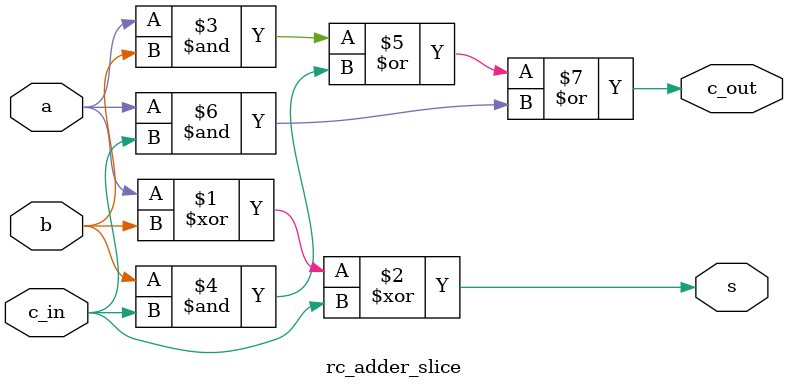
<source format=sv>
module rc_adder_slice (
    input  logic a,
    b,
    c_in,
    output logic s,
    c_out
);
  assign s = a ^ b ^ c_in;
  assign c_out = a & b | b & c_in | a & c_in;

endmodule


</source>
